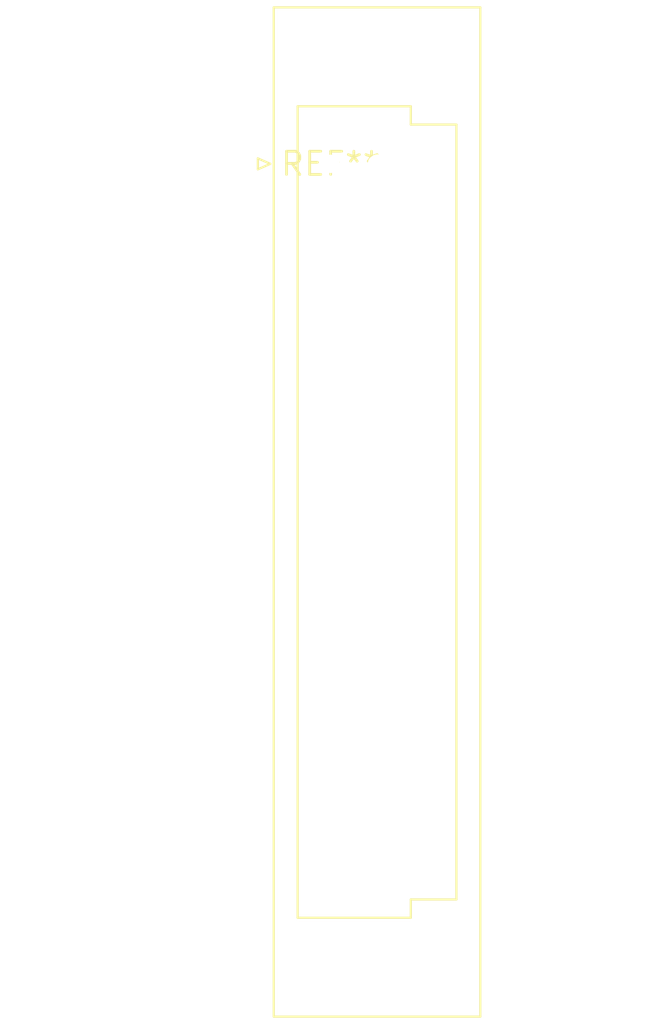
<source format=kicad_pcb>
(kicad_pcb (version 20240108) (generator pcbnew)
  (layers (0 "F.Cu" signal) (31 "B.Cu" signal) (34 "B.Paste" user) (35 "F.Paste" user) (36 "B.SilkS" user "B.Silkscreen") (37 "F.SilkS" user "F.Silkscreen") (38 "B.Mask" user) (39 "F.Mask" user) (44 "Edge.Cuts" user))
  (net 0 "")
  (footprint "DIN41612_R2_3x16_Male_Vertical_THT" (layer "F.Cu") (at 0 0)
    (property "Reference" "REF**")
    (property "Value" "DIN41612_R2_3x16_Male_Vertical_THT")
    (fp_line (start -3.99 -0.3) (end -3.99 0.3) (layer "F.SilkS") (stroke (width 0.12)))
    (fp_line (start -3.99 0.3) (end -3.31 0) (layer "F.SilkS") (stroke (width 0.12)))
    (fp_line (start -3.31 0) (end -3.99 -0.3) (layer "F.SilkS") (stroke (width 0.12)))
    (fp_line (start -3.12 -8.56) (end 8.2 -8.56) (layer "F.SilkS") (stroke (width 0.12)))
    (fp_line (start -3.12 46.66) (end -3.12 -8.56) (layer "F.SilkS") (stroke (width 0.12)))
    (fp_line (start -1.81 -3.15) (end 4.39 -3.15) (layer "F.SilkS") (stroke (width 0.12)))
    (fp_line (start -1.81 41.25) (end -1.81 -3.15) (layer "F.SilkS") (stroke (width 0.12)))
    (fp_line (start 4.39 -3.15) (end 4.39 -2.15) (layer "F.SilkS") (stroke (width 0.12)))
    (fp_line (start 4.39 -2.15) (end 6.89 -2.15) (layer "F.SilkS") (stroke (width 0.12)))
    (fp_line (start 4.39 40.25) (end 4.39 41.25) (layer "F.SilkS") (stroke (width 0.12)))
    (fp_line (start 4.39 41.25) (end -1.81 41.25) (layer "F.SilkS") (stroke (width 0.12)))
    (fp_line (start 6.89 -2.15) (end 6.89 40.25) (layer "F.SilkS") (stroke (width 0.12)))
    (fp_line (start 6.89 40.25) (end 4.39 40.25) (layer "F.SilkS") (stroke (width 0.12)))
    (fp_line (start 8.2 -8.56) (end 8.2 46.66) (layer "F.SilkS") (stroke (width 0.12)))
    (fp_line (start 8.2 46.66) (end -3.12 46.66) (layer "F.SilkS") (stroke (width 0.12)))
    (pad "" np_thru_hole circle (at 2.24 -5.95) (size 2.85 2.85) (drill 2.85) (layers *.Cu *.Mask))
    (pad "" np_thru_hole circle (at 2.24 44.05) (size 2.85 2.85) (drill 2.85) (layers *.Cu *.Mask))
    (pad "a1" thru_hole roundrect (at 0 0) (size 1.55 1.55) (drill 1) (layers *.Cu *.Mask) (remove_unused_layers) (roundrect_rratio 0.16129))
    (pad "a2" thru_hole circle (at 0 2.54) (size 1.55 1.55) (drill 1) (layers *.Cu *.Mask) (remove_unused_layers))
    (pad "a3" thru_hole circle (at 0 5.08) (size 1.55 1.55) (drill 1) (layers *.Cu *.Mask) (remove_unused_layers))
    (pad "a4" thru_hole circle (at 0 7.62) (size 1.55 1.55) (drill 1) (layers *.Cu *.Mask) (remove_unused_layers))
    (pad "a5" thru_hole circle (at 0 10.16) (size 1.55 1.55) (drill 1) (layers *.Cu *.Mask) (remove_unused_layers))
    (pad "a6" thru_hole circle (at 0 12.7) (size 1.55 1.55) (drill 1) (layers *.Cu *.Mask) (remove_unused_layers))
    (pad "a7" thru_hole circle (at 0 15.24) (size 1.55 1.55) (drill 1) (layers *.Cu *.Mask) (remove_unused_layers))
    (pad "a8" thru_hole circle (at 0 17.78) (size 1.55 1.55) (drill 1) (layers *.Cu *.Mask) (remove_unused_layers))
    (pad "a9" thru_hole circle (at 0 20.32) (size 1.55 1.55) (drill 1) (layers *.Cu *.Mask) (remove_unused_layers))
    (pad "a10" thru_hole circle (at 0 22.86) (size 1.55 1.55) (drill 1) (layers *.Cu *.Mask) (remove_unused_layers))
    (pad "a11" thru_hole circle (at 0 25.4) (size 1.55 1.55) (drill 1) (layers *.Cu *.Mask) (remove_unused_layers))
    (pad "a12" thru_hole circle (at 0 27.94) (size 1.55 1.55) (drill 1) (layers *.Cu *.Mask) (remove_unused_layers))
    (pad "a13" thru_hole circle (at 0 30.48) (size 1.55 1.55) (drill 1) (layers *.Cu *.Mask) (remove_unused_layers))
    (pad "a14" thru_hole circle (at 0 33.02) (size 1.55 1.55) (drill 1) (layers *.Cu *.Mask) (remove_unused_layers))
    (pad "a15" thru_hole circle (at 0 35.56) (size 1.55 1.55) (drill 1) (layers *.Cu *.Mask) (remove_unused_layers))
    (pad "a16" thru_hole circle (at 0 38.1) (size 1.55 1.55) (drill 1) (layers *.Cu *.Mask) (remove_unused_layers))
    (pad "b1" thru_hole circle (at 2.54 0) (size 1.55 1.55) (drill 1) (layers *.Cu *.Mask) (remove_unused_layers))
    (pad "b2" thru_hole circle (at 2.54 2.54) (size 1.55 1.55) (drill 1) (layers *.Cu *.Mask) (remove_unused_layers))
    (pad "b3" thru_hole circle (at 2.54 5.08) (size 1.55 1.55) (drill 1) (layers *.Cu *.Mask) (remove_unused_layers))
    (pad "b4" thru_hole circle (at 2.54 7.62) (size 1.55 1.55) (drill 1) (layers *.Cu *.Mask) (remove_unused_layers))
    (pad "b5" thru_hole circle (at 2.54 10.16) (size 1.55 1.55) (drill 1) (layers *.Cu *.Mask) (remove_unused_layers))
    (pad "b6" thru_hole circle (at 2.54 12.7) (size 1.55 1.55) (drill 1) (layers *.Cu *.Mask) (remove_unused_layers))
    (pad "b7" thru_hole circle (at 2.54 15.24) (size 1.55 1.55) (drill 1) (layers *.Cu *.Mask) (remove_unused_layers))
    (pad "b8" thru_hole circle (at 2.54 17.78) (size 1.55 1.55) (drill 1) (layers *.Cu *.Mask) (remove_unused_layers))
    (pad "b9" thru_hole circle (at 2.54 20.32) (size 1.55 1.55) (drill 1) (layers *.Cu *.Mask) (remove_unused_layers))
    (pad "b10" thru_hole circle (at 2.54 22.86) (size 1.55 1.55) (drill 1) (layers *.Cu *.Mask) (remove_unused_layers))
    (pad "b11" thru_hole circle (at 2.54 25.4) (size 1.55 1.55) (drill 1) (layers *.Cu *.Mask) (remove_unused_layers))
    (pad "b12" thru_hole circle (at 2.54 27.94) (size 1.55 1.55) (drill 1) (layers *.Cu *.Mask) (remove_unused_layers))
    (pad "b13" thru_hole circle (at 2.54 30.48) (size 1.55 1.55) (drill 1) (layers *.Cu *.Mask) (remove_unused_layers))
    (pad "b14" thru_hole circle (at 2.54 33.02) (size 1.55 1.55) (drill 1) (layers *.Cu *.Mask) (remove_unused_layers))
    (pad "b15" thru_hole circle (at 2.54 35.56) (size 1.55 1.55) (drill 1) (layers *.Cu *.Mask) (remove_unused_layers))
    (pad "b16" thru_hole circle (at 2.54 38.1) (size 1.55 1.55) (drill 1) (layers *.Cu *.Mask) (remove_unused_layers))
    (pad "c1" thru_hole circle (at 5.08 0) (size 1.55 1.55) (drill 1) (layers *.Cu *.Mask) (remove_unused_layers))
    (pad "c2" thru_hole circle (at 5.08 2.54) (size 1.55 1.55) (drill 1) (layers *.Cu *.Mask) (remove_unused_layers))
    (pad "c3" thru_hole circle (at 5.08 5.08) (size 1.55 1.55) (drill 1) (layers *.Cu *.Mask) (remove_unused_layers))
    (pad "c4" thru_hole circle (at 5.08 7.62) (size 1.55 1.55) (drill 1) (layers *.Cu *.Mask) (remove_unused_layers))
    (pad "c5" thru_hole circle (at 5.08 10.16) (size 1.55 1.55) (drill 1) (layers *.Cu *.Mask) (remove_unused_layers))
    (pad "c6" thru_hole circle (at 5.08 12.7) (size 1.55 1.55) (drill 1) (layers *.Cu *.Mask) (remove_unused_layers))
    (pad "c7" thru_hole circle (at 5.08 15.24) (size 1.55 1.55) (drill 1) (layers *.Cu *.Mask) (remove_unused_layers))
    (pad "c8" thru_hole circle (at 5.08 17.78) (size 1.55 1.55) (drill 1) (layers *.Cu *.Mask) (remove_unused_layers))
    (pad "c9" thru_hole circle (at 5.08 20.32) (size 1.55 1.55) (drill 1) (layers *.Cu *.Mask) (remove_unused_layers))
    (pad "c10" thru_hole circle (at 5.08 22.86) (size 1.55 1.55) (drill 1) (layers *.Cu *.Mask) (remove_unused_layers))
    (pad "c11" thru_hole circle (at 5.08 25.4) (size 1.55 1.55) (drill 1) (layers *.Cu *.Mask) (remove_unused_layers))
    (pad "c12" thru_hole circle (at 5.08 27.94) (size 1.55 1.55) (drill 1) (layers *.Cu *.Mask) (remove_unused_layers))
    (pad "c13" thru_hole circle (at 5.08 30.48) (size 1.55 1.55) (drill 1) (layers *.Cu *.Mask) (remove_unused_layers))
    (pad "c14" thru_hole circle (at 5.08 33.02) (size 1.55 1.55) (drill 1) (layers *.Cu *.Mask) (remove_unused_layers))
    (pad "c15" thru_hole circle (at 5.08 35.56) (size 1.55 1.55) (drill 1) (layers *.Cu *.Mask) (remove_unused_layers))
    (pad "c16" thru_hole circle (at 5.08 38.1) (size 1.55 1.55) (drill 1) (layers *.Cu *.Mask) (remove_unused_layers))
  )
)
</source>
